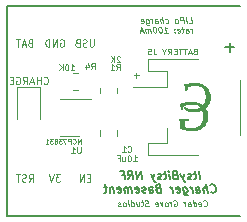
<source format=gbo>
G04 #@! TF.GenerationSoftware,KiCad,Pcbnew,(6.0.0-0)*
G04 #@! TF.CreationDate,2023-05-21T13:36:32-07:00*
G04 #@! TF.ProjectId,ItsyBitsy breadboard,49747379-4269-4747-9379-206272656164,0.0.0*
G04 #@! TF.SameCoordinates,Original*
G04 #@! TF.FileFunction,Legend,Bot*
G04 #@! TF.FilePolarity,Positive*
%FSLAX46Y46*%
G04 Gerber Fmt 4.6, Leading zero omitted, Abs format (unit mm)*
G04 Created by KiCad (PCBNEW (6.0.0-0)) date 2023-05-21 13:36:32*
%MOMM*%
%LPD*%
G01*
G04 APERTURE LIST*
%ADD10C,0.150000*%
%ADD11C,0.100000*%
%ADD12C,0.120000*%
%ADD13C,0.200000*%
%ADD14C,0.140000*%
%ADD15C,0.080000*%
%ADD16C,0.010000*%
G04 APERTURE END LIST*
D10*
X110236000Y-116840000D02*
X110236000Y-99060000D01*
X110236000Y-99060000D02*
X130000000Y-99060000D01*
X110236000Y-116840000D02*
X130000000Y-116840000D01*
D11*
X126905669Y-115978571D02*
X126932455Y-116002380D01*
X127006860Y-116026190D01*
X127054479Y-116026190D01*
X127122931Y-116002380D01*
X127164598Y-115954761D01*
X127182455Y-115907142D01*
X127194360Y-115811904D01*
X127185431Y-115740476D01*
X127149717Y-115645238D01*
X127119955Y-115597619D01*
X127066383Y-115550000D01*
X126991979Y-115526190D01*
X126944360Y-115526190D01*
X126875907Y-115550000D01*
X126855074Y-115573809D01*
X126503883Y-116002380D02*
X126554479Y-116026190D01*
X126649717Y-116026190D01*
X126694360Y-116002380D01*
X126712217Y-115954761D01*
X126688407Y-115764285D01*
X126658645Y-115716666D01*
X126608050Y-115692857D01*
X126512812Y-115692857D01*
X126468169Y-115716666D01*
X126450312Y-115764285D01*
X126456264Y-115811904D01*
X126700312Y-115859523D01*
X126054479Y-116026190D02*
X125991979Y-115526190D01*
X126051502Y-116002380D02*
X126102098Y-116026190D01*
X126197336Y-116026190D01*
X126241979Y-116002380D01*
X126262812Y-115978571D01*
X126280669Y-115930952D01*
X126262812Y-115788095D01*
X126233050Y-115740476D01*
X126206264Y-115716666D01*
X126155669Y-115692857D01*
X126060431Y-115692857D01*
X126015788Y-115716666D01*
X125602098Y-116026190D02*
X125569360Y-115764285D01*
X125587217Y-115716666D01*
X125631860Y-115692857D01*
X125727098Y-115692857D01*
X125777693Y-115716666D01*
X125599122Y-116002380D02*
X125649717Y-116026190D01*
X125768764Y-116026190D01*
X125813407Y-116002380D01*
X125831264Y-115954761D01*
X125825312Y-115907142D01*
X125795550Y-115859523D01*
X125744955Y-115835714D01*
X125625907Y-115835714D01*
X125575312Y-115811904D01*
X125364002Y-116026190D02*
X125322336Y-115692857D01*
X125334241Y-115788095D02*
X125304479Y-115740476D01*
X125277693Y-115716666D01*
X125227098Y-115692857D01*
X125179479Y-115692857D01*
X124352098Y-115550000D02*
X124396741Y-115526190D01*
X124468169Y-115526190D01*
X124542574Y-115550000D01*
X124596145Y-115597619D01*
X124625907Y-115645238D01*
X124661622Y-115740476D01*
X124670550Y-115811904D01*
X124658645Y-115907142D01*
X124640788Y-115954761D01*
X124599122Y-116002380D01*
X124530669Y-116026190D01*
X124483050Y-116026190D01*
X124408645Y-116002380D01*
X124381860Y-115978571D01*
X124361026Y-115811904D01*
X124456264Y-115811904D01*
X124173526Y-116026190D02*
X124131860Y-115692857D01*
X124143764Y-115788095D02*
X124114002Y-115740476D01*
X124087217Y-115716666D01*
X124036622Y-115692857D01*
X123989002Y-115692857D01*
X123792574Y-116026190D02*
X123837217Y-116002380D01*
X123858050Y-115978571D01*
X123875907Y-115930952D01*
X123858050Y-115788095D01*
X123828288Y-115740476D01*
X123801502Y-115716666D01*
X123750907Y-115692857D01*
X123679479Y-115692857D01*
X123634836Y-115716666D01*
X123614002Y-115740476D01*
X123596145Y-115788095D01*
X123614002Y-115930952D01*
X123643764Y-115978571D01*
X123670550Y-116002380D01*
X123721145Y-116026190D01*
X123792574Y-116026190D01*
X123417574Y-115692857D02*
X123340193Y-116026190D01*
X123179479Y-115692857D01*
X122837217Y-116002380D02*
X122887812Y-116026190D01*
X122983050Y-116026190D01*
X123027693Y-116002380D01*
X123045550Y-115954761D01*
X123021741Y-115764285D01*
X122991979Y-115716666D01*
X122941383Y-115692857D01*
X122846145Y-115692857D01*
X122801502Y-115716666D01*
X122783645Y-115764285D01*
X122789598Y-115811904D01*
X123033645Y-115859523D01*
X122241979Y-116002380D02*
X122173526Y-116026190D01*
X122054479Y-116026190D01*
X122003883Y-116002380D01*
X121977098Y-115978571D01*
X121947336Y-115930952D01*
X121941383Y-115883333D01*
X121959241Y-115835714D01*
X121980074Y-115811904D01*
X122024717Y-115788095D01*
X122116979Y-115764285D01*
X122161622Y-115740476D01*
X122182455Y-115716666D01*
X122200312Y-115669047D01*
X122194360Y-115621428D01*
X122164598Y-115573809D01*
X122137812Y-115550000D01*
X122087217Y-115526190D01*
X121968169Y-115526190D01*
X121899717Y-115550000D01*
X121774717Y-115692857D02*
X121584241Y-115692857D01*
X121682455Y-115526190D02*
X121736026Y-115954761D01*
X121718169Y-116002380D01*
X121673526Y-116026190D01*
X121625907Y-116026190D01*
X121203288Y-115692857D02*
X121244955Y-116026190D01*
X121417574Y-115692857D02*
X121450312Y-115954761D01*
X121432455Y-116002380D01*
X121387812Y-116026190D01*
X121316383Y-116026190D01*
X121265788Y-116002380D01*
X121239002Y-115978571D01*
X120792574Y-116026190D02*
X120730074Y-115526190D01*
X120789598Y-116002380D02*
X120840193Y-116026190D01*
X120935431Y-116026190D01*
X120980074Y-116002380D01*
X121000907Y-115978571D01*
X121018764Y-115930952D01*
X121000907Y-115788095D01*
X120971145Y-115740476D01*
X120944360Y-115716666D01*
X120893764Y-115692857D01*
X120798526Y-115692857D01*
X120753883Y-115716666D01*
X120554479Y-116026190D02*
X120512812Y-115692857D01*
X120491979Y-115526190D02*
X120518764Y-115550000D01*
X120497931Y-115573809D01*
X120471145Y-115550000D01*
X120491979Y-115526190D01*
X120497931Y-115573809D01*
X120244955Y-116026190D02*
X120289598Y-116002380D01*
X120310431Y-115978571D01*
X120328288Y-115930952D01*
X120310431Y-115788095D01*
X120280669Y-115740476D01*
X120253883Y-115716666D01*
X120203288Y-115692857D01*
X120131860Y-115692857D01*
X120087217Y-115716666D01*
X120066383Y-115740476D01*
X120048526Y-115788095D01*
X120066383Y-115930952D01*
X120096145Y-115978571D01*
X120122931Y-116002380D01*
X120173526Y-116026190D01*
X120244955Y-116026190D01*
X119884836Y-116002380D02*
X119840193Y-116026190D01*
X119744955Y-116026190D01*
X119694360Y-116002380D01*
X119664598Y-115954761D01*
X119661622Y-115930952D01*
X119679479Y-115883333D01*
X119724122Y-115859523D01*
X119795550Y-115859523D01*
X119840193Y-115835714D01*
X119858050Y-115788095D01*
X119855074Y-115764285D01*
X119825312Y-115716666D01*
X119774717Y-115692857D01*
X119703288Y-115692857D01*
X119658645Y-115716666D01*
D12*
X117282857Y-113622142D02*
X117082857Y-113622142D01*
X116997142Y-113936428D02*
X117282857Y-113936428D01*
X117282857Y-113336428D01*
X116997142Y-113336428D01*
X116740000Y-113936428D02*
X116740000Y-113336428D01*
X116397142Y-113936428D01*
X116397142Y-113336428D01*
X114757142Y-113336428D02*
X114385714Y-113336428D01*
X114585714Y-113565000D01*
X114500000Y-113565000D01*
X114442857Y-113593571D01*
X114414285Y-113622142D01*
X114385714Y-113679285D01*
X114385714Y-113822142D01*
X114414285Y-113879285D01*
X114442857Y-113907857D01*
X114500000Y-113936428D01*
X114671428Y-113936428D01*
X114728571Y-113907857D01*
X114757142Y-113879285D01*
X114214285Y-113336428D02*
X114014285Y-113936428D01*
X113814285Y-113336428D01*
X114757142Y-101935000D02*
X114814285Y-101906428D01*
X114900000Y-101906428D01*
X114985714Y-101935000D01*
X115042857Y-101992142D01*
X115071428Y-102049285D01*
X115100000Y-102163571D01*
X115100000Y-102249285D01*
X115071428Y-102363571D01*
X115042857Y-102420714D01*
X114985714Y-102477857D01*
X114900000Y-102506428D01*
X114842857Y-102506428D01*
X114757142Y-102477857D01*
X114728571Y-102449285D01*
X114728571Y-102249285D01*
X114842857Y-102249285D01*
X114471428Y-102506428D02*
X114471428Y-101906428D01*
X114128571Y-102506428D01*
X114128571Y-101906428D01*
X113842857Y-102506428D02*
X113842857Y-101906428D01*
X113700000Y-101906428D01*
X113614285Y-101935000D01*
X113557142Y-101992142D01*
X113528571Y-102049285D01*
X113500000Y-102163571D01*
X113500000Y-102249285D01*
X113528571Y-102363571D01*
X113557142Y-102420714D01*
X113614285Y-102477857D01*
X113700000Y-102506428D01*
X113842857Y-102506428D01*
D13*
X129480952Y-102571428D02*
X128719047Y-102571428D01*
X129100000Y-102952380D02*
X129100000Y-102190476D01*
D12*
X121428571Y-104942857D02*
X120971428Y-104942857D01*
X121200000Y-105171428D02*
X121200000Y-104714285D01*
D14*
X126566270Y-113753166D02*
X126478770Y-113053166D01*
X126274604Y-113286500D02*
X126007937Y-113286500D01*
X126145437Y-113053166D02*
X126220437Y-113653166D01*
X126195437Y-113719833D01*
X126132937Y-113753166D01*
X126066270Y-113753166D01*
X125862104Y-113719833D02*
X125799604Y-113753166D01*
X125666270Y-113753166D01*
X125595437Y-113719833D01*
X125553770Y-113653166D01*
X125549604Y-113619833D01*
X125574604Y-113553166D01*
X125637104Y-113519833D01*
X125737104Y-113519833D01*
X125799604Y-113486500D01*
X125824604Y-113419833D01*
X125820437Y-113386500D01*
X125778770Y-113319833D01*
X125707937Y-113286500D01*
X125607937Y-113286500D01*
X125545437Y-113319833D01*
X125274604Y-113286500D02*
X125166270Y-113753166D01*
X124941270Y-113286500D02*
X125166270Y-113753166D01*
X125253770Y-113919833D01*
X125291270Y-113953166D01*
X125362104Y-113986500D01*
X124453770Y-113386500D02*
X124357937Y-113419833D01*
X124328770Y-113453166D01*
X124303770Y-113519833D01*
X124316270Y-113619833D01*
X124357937Y-113686500D01*
X124395437Y-113719833D01*
X124466270Y-113753166D01*
X124732937Y-113753166D01*
X124645437Y-113053166D01*
X124412104Y-113053166D01*
X124349604Y-113086500D01*
X124320437Y-113119833D01*
X124295437Y-113186500D01*
X124303770Y-113253166D01*
X124345437Y-113319833D01*
X124382937Y-113353166D01*
X124453770Y-113386500D01*
X124687104Y-113386500D01*
X124032937Y-113753166D02*
X123974604Y-113286500D01*
X123945437Y-113053166D02*
X123982937Y-113086500D01*
X123953770Y-113119833D01*
X123916270Y-113086500D01*
X123945437Y-113053166D01*
X123953770Y-113119833D01*
X123741270Y-113286500D02*
X123474604Y-113286500D01*
X123612104Y-113053166D02*
X123687104Y-113653166D01*
X123662104Y-113719833D01*
X123599604Y-113753166D01*
X123532937Y-113753166D01*
X123328770Y-113719833D02*
X123266270Y-113753166D01*
X123132937Y-113753166D01*
X123062104Y-113719833D01*
X123020437Y-113653166D01*
X123016270Y-113619833D01*
X123041270Y-113553166D01*
X123103770Y-113519833D01*
X123203770Y-113519833D01*
X123266270Y-113486500D01*
X123291270Y-113419833D01*
X123287104Y-113386500D01*
X123245437Y-113319833D01*
X123174604Y-113286500D01*
X123074604Y-113286500D01*
X123012104Y-113319833D01*
X122741270Y-113286500D02*
X122632937Y-113753166D01*
X122407937Y-113286500D02*
X122632937Y-113753166D01*
X122720437Y-113919833D01*
X122757937Y-113953166D01*
X122828770Y-113986500D01*
X121666270Y-113753166D02*
X121578770Y-113053166D01*
X121266270Y-113753166D01*
X121178770Y-113053166D01*
X120532937Y-113753166D02*
X120724604Y-113419833D01*
X120932937Y-113753166D02*
X120845437Y-113053166D01*
X120578770Y-113053166D01*
X120516270Y-113086500D01*
X120487104Y-113119833D01*
X120462104Y-113186500D01*
X120474604Y-113286500D01*
X120516270Y-113353166D01*
X120553770Y-113386500D01*
X120624604Y-113419833D01*
X120891270Y-113419833D01*
X119953770Y-113386500D02*
X120187104Y-113386500D01*
X120232937Y-113753166D02*
X120145437Y-113053166D01*
X119812104Y-113053166D01*
X127524604Y-114813500D02*
X127562104Y-114846833D01*
X127666270Y-114880166D01*
X127732937Y-114880166D01*
X127828770Y-114846833D01*
X127887104Y-114780166D01*
X127912104Y-114713500D01*
X127928770Y-114580166D01*
X127916270Y-114480166D01*
X127866270Y-114346833D01*
X127824604Y-114280166D01*
X127749604Y-114213500D01*
X127645437Y-114180166D01*
X127578770Y-114180166D01*
X127482937Y-114213500D01*
X127453770Y-114246833D01*
X127232937Y-114880166D02*
X127145437Y-114180166D01*
X126932937Y-114880166D02*
X126887104Y-114513500D01*
X126912104Y-114446833D01*
X126974604Y-114413500D01*
X127074604Y-114413500D01*
X127145437Y-114446833D01*
X127182937Y-114480166D01*
X126299604Y-114880166D02*
X126253770Y-114513500D01*
X126278770Y-114446833D01*
X126341270Y-114413500D01*
X126474604Y-114413500D01*
X126545437Y-114446833D01*
X126295437Y-114846833D02*
X126366270Y-114880166D01*
X126532937Y-114880166D01*
X126595437Y-114846833D01*
X126620437Y-114780166D01*
X126612104Y-114713500D01*
X126570437Y-114646833D01*
X126499604Y-114613500D01*
X126332937Y-114613500D01*
X126262104Y-114580166D01*
X125966270Y-114880166D02*
X125907937Y-114413500D01*
X125924604Y-114546833D02*
X125882937Y-114480166D01*
X125845437Y-114446833D01*
X125774604Y-114413500D01*
X125707937Y-114413500D01*
X125174604Y-114413500D02*
X125245437Y-114980166D01*
X125287104Y-115046833D01*
X125324604Y-115080166D01*
X125395437Y-115113500D01*
X125495437Y-115113500D01*
X125557937Y-115080166D01*
X125228770Y-114846833D02*
X125299604Y-114880166D01*
X125432937Y-114880166D01*
X125495437Y-114846833D01*
X125524604Y-114813500D01*
X125549604Y-114746833D01*
X125524604Y-114546833D01*
X125482937Y-114480166D01*
X125445437Y-114446833D01*
X125374604Y-114413500D01*
X125241270Y-114413500D01*
X125178770Y-114446833D01*
X124628770Y-114846833D02*
X124699604Y-114880166D01*
X124832937Y-114880166D01*
X124895437Y-114846833D01*
X124920437Y-114780166D01*
X124887104Y-114513500D01*
X124845437Y-114446833D01*
X124774604Y-114413500D01*
X124641270Y-114413500D01*
X124578770Y-114446833D01*
X124553770Y-114513500D01*
X124562104Y-114580166D01*
X124903770Y-114646833D01*
X124299604Y-114880166D02*
X124241270Y-114413500D01*
X124257937Y-114546833D02*
X124216270Y-114480166D01*
X124178770Y-114446833D01*
X124107937Y-114413500D01*
X124041270Y-114413500D01*
X123053770Y-114513500D02*
X122957937Y-114546833D01*
X122928770Y-114580166D01*
X122903770Y-114646833D01*
X122916270Y-114746833D01*
X122957937Y-114813500D01*
X122995437Y-114846833D01*
X123066270Y-114880166D01*
X123332937Y-114880166D01*
X123245437Y-114180166D01*
X123012104Y-114180166D01*
X122949604Y-114213500D01*
X122920437Y-114246833D01*
X122895437Y-114313500D01*
X122903770Y-114380166D01*
X122945437Y-114446833D01*
X122982937Y-114480166D01*
X123053770Y-114513500D01*
X123287104Y-114513500D01*
X122332937Y-114880166D02*
X122287104Y-114513500D01*
X122312104Y-114446833D01*
X122374604Y-114413500D01*
X122507937Y-114413500D01*
X122578770Y-114446833D01*
X122328770Y-114846833D02*
X122399604Y-114880166D01*
X122566270Y-114880166D01*
X122628770Y-114846833D01*
X122653770Y-114780166D01*
X122645437Y-114713500D01*
X122603770Y-114646833D01*
X122532937Y-114613500D01*
X122366270Y-114613500D01*
X122295437Y-114580166D01*
X122028770Y-114846833D02*
X121966270Y-114880166D01*
X121832937Y-114880166D01*
X121762104Y-114846833D01*
X121720437Y-114780166D01*
X121716270Y-114746833D01*
X121741270Y-114680166D01*
X121803770Y-114646833D01*
X121903770Y-114646833D01*
X121966270Y-114613500D01*
X121991270Y-114546833D01*
X121987104Y-114513500D01*
X121945437Y-114446833D01*
X121874604Y-114413500D01*
X121774604Y-114413500D01*
X121712104Y-114446833D01*
X121162104Y-114846833D02*
X121232937Y-114880166D01*
X121366270Y-114880166D01*
X121428770Y-114846833D01*
X121453770Y-114780166D01*
X121420437Y-114513500D01*
X121378770Y-114446833D01*
X121307937Y-114413500D01*
X121174604Y-114413500D01*
X121112104Y-114446833D01*
X121087104Y-114513500D01*
X121095437Y-114580166D01*
X121437104Y-114646833D01*
X120832937Y-114880166D02*
X120774604Y-114413500D01*
X120782937Y-114480166D02*
X120745437Y-114446833D01*
X120674604Y-114413500D01*
X120574604Y-114413500D01*
X120512104Y-114446833D01*
X120487104Y-114513500D01*
X120532937Y-114880166D01*
X120487104Y-114513500D02*
X120445437Y-114446833D01*
X120374604Y-114413500D01*
X120274604Y-114413500D01*
X120212104Y-114446833D01*
X120187104Y-114513500D01*
X120232937Y-114880166D01*
X119628770Y-114846833D02*
X119699604Y-114880166D01*
X119832937Y-114880166D01*
X119895437Y-114846833D01*
X119920437Y-114780166D01*
X119887104Y-114513500D01*
X119845437Y-114446833D01*
X119774604Y-114413500D01*
X119641270Y-114413500D01*
X119578770Y-114446833D01*
X119553770Y-114513500D01*
X119562104Y-114580166D01*
X119903770Y-114646833D01*
X119241270Y-114413500D02*
X119299604Y-114880166D01*
X119249604Y-114480166D02*
X119212104Y-114446833D01*
X119141270Y-114413500D01*
X119041270Y-114413500D01*
X118978770Y-114446833D01*
X118953770Y-114513500D01*
X118999604Y-114880166D01*
X118707937Y-114413500D02*
X118441270Y-114413500D01*
X118578770Y-114180166D02*
X118653770Y-114780166D01*
X118628770Y-114846833D01*
X118566270Y-114880166D01*
X118499604Y-114880166D01*
D12*
X117597142Y-101906428D02*
X117597142Y-102392142D01*
X117568571Y-102449285D01*
X117540000Y-102477857D01*
X117482857Y-102506428D01*
X117368571Y-102506428D01*
X117311428Y-102477857D01*
X117282857Y-102449285D01*
X117254285Y-102392142D01*
X117254285Y-101906428D01*
X116997142Y-102477857D02*
X116911428Y-102506428D01*
X116768571Y-102506428D01*
X116711428Y-102477857D01*
X116682857Y-102449285D01*
X116654285Y-102392142D01*
X116654285Y-102335000D01*
X116682857Y-102277857D01*
X116711428Y-102249285D01*
X116768571Y-102220714D01*
X116882857Y-102192142D01*
X116940000Y-102163571D01*
X116968571Y-102135000D01*
X116997142Y-102077857D01*
X116997142Y-102020714D01*
X116968571Y-101963571D01*
X116940000Y-101935000D01*
X116882857Y-101906428D01*
X116740000Y-101906428D01*
X116654285Y-101935000D01*
X116197142Y-102192142D02*
X116111428Y-102220714D01*
X116082857Y-102249285D01*
X116054285Y-102306428D01*
X116054285Y-102392142D01*
X116082857Y-102449285D01*
X116111428Y-102477857D01*
X116168571Y-102506428D01*
X116397142Y-102506428D01*
X116397142Y-101906428D01*
X116197142Y-101906428D01*
X116140000Y-101935000D01*
X116111428Y-101963571D01*
X116082857Y-102020714D01*
X116082857Y-102077857D01*
X116111428Y-102135000D01*
X116140000Y-102163571D01*
X116197142Y-102192142D01*
X116397142Y-102192142D01*
D11*
X125640193Y-100523690D02*
X125878288Y-100523690D01*
X125815788Y-100023690D01*
X125473526Y-100523690D02*
X125431860Y-100190357D01*
X125411026Y-100023690D02*
X125437812Y-100047500D01*
X125416979Y-100071309D01*
X125390193Y-100047500D01*
X125411026Y-100023690D01*
X125416979Y-100071309D01*
X125235431Y-100523690D02*
X125172931Y-100023690D01*
X124982455Y-100023690D01*
X124937812Y-100047500D01*
X124916979Y-100071309D01*
X124899122Y-100118928D01*
X124908050Y-100190357D01*
X124937812Y-100237976D01*
X124964598Y-100261785D01*
X125015193Y-100285595D01*
X125205669Y-100285595D01*
X124664002Y-100523690D02*
X124708645Y-100499880D01*
X124729479Y-100476071D01*
X124747336Y-100428452D01*
X124729479Y-100285595D01*
X124699717Y-100237976D01*
X124672931Y-100214166D01*
X124622336Y-100190357D01*
X124550907Y-100190357D01*
X124506264Y-100214166D01*
X124485431Y-100237976D01*
X124467574Y-100285595D01*
X124485431Y-100428452D01*
X124515193Y-100476071D01*
X124541979Y-100499880D01*
X124592574Y-100523690D01*
X124664002Y-100523690D01*
X123684836Y-100499880D02*
X123735431Y-100523690D01*
X123830669Y-100523690D01*
X123875312Y-100499880D01*
X123896145Y-100476071D01*
X123914002Y-100428452D01*
X123896145Y-100285595D01*
X123866383Y-100237976D01*
X123839598Y-100214166D01*
X123789002Y-100190357D01*
X123693764Y-100190357D01*
X123649122Y-100214166D01*
X123473526Y-100523690D02*
X123411026Y-100023690D01*
X123259241Y-100523690D02*
X123226502Y-100261785D01*
X123244360Y-100214166D01*
X123289002Y-100190357D01*
X123360431Y-100190357D01*
X123411026Y-100214166D01*
X123437812Y-100237976D01*
X122806860Y-100523690D02*
X122774122Y-100261785D01*
X122791979Y-100214166D01*
X122836622Y-100190357D01*
X122931860Y-100190357D01*
X122982455Y-100214166D01*
X122803883Y-100499880D02*
X122854479Y-100523690D01*
X122973526Y-100523690D01*
X123018169Y-100499880D01*
X123036026Y-100452261D01*
X123030074Y-100404642D01*
X123000312Y-100357023D01*
X122949717Y-100333214D01*
X122830669Y-100333214D01*
X122780074Y-100309404D01*
X122568764Y-100523690D02*
X122527098Y-100190357D01*
X122539002Y-100285595D02*
X122509241Y-100237976D01*
X122482455Y-100214166D01*
X122431860Y-100190357D01*
X122384241Y-100190357D01*
X122003288Y-100190357D02*
X122053883Y-100595119D01*
X122083645Y-100642738D01*
X122110431Y-100666547D01*
X122161026Y-100690357D01*
X122232455Y-100690357D01*
X122277098Y-100666547D01*
X122041979Y-100499880D02*
X122092574Y-100523690D01*
X122187812Y-100523690D01*
X122232455Y-100499880D01*
X122253288Y-100476071D01*
X122271145Y-100428452D01*
X122253288Y-100285595D01*
X122223526Y-100237976D01*
X122196741Y-100214166D01*
X122146145Y-100190357D01*
X122050907Y-100190357D01*
X122006264Y-100214166D01*
X121613407Y-100499880D02*
X121664002Y-100523690D01*
X121759241Y-100523690D01*
X121803883Y-100499880D01*
X121821741Y-100452261D01*
X121797931Y-100261785D01*
X121768169Y-100214166D01*
X121717574Y-100190357D01*
X121622336Y-100190357D01*
X121577693Y-100214166D01*
X121559836Y-100261785D01*
X121565788Y-100309404D01*
X121809836Y-100357023D01*
X125937812Y-101328690D02*
X125896145Y-100995357D01*
X125908050Y-101090595D02*
X125878288Y-101042976D01*
X125851502Y-101019166D01*
X125800907Y-100995357D01*
X125753288Y-100995357D01*
X125414002Y-101328690D02*
X125381264Y-101066785D01*
X125399122Y-101019166D01*
X125443764Y-100995357D01*
X125539002Y-100995357D01*
X125589598Y-101019166D01*
X125411026Y-101304880D02*
X125461622Y-101328690D01*
X125580669Y-101328690D01*
X125625312Y-101304880D01*
X125643169Y-101257261D01*
X125637217Y-101209642D01*
X125607455Y-101162023D01*
X125556860Y-101138214D01*
X125437812Y-101138214D01*
X125387217Y-101114404D01*
X125205669Y-100995357D02*
X125015193Y-100995357D01*
X125113407Y-100828690D02*
X125166979Y-101257261D01*
X125149122Y-101304880D01*
X125104479Y-101328690D01*
X125056860Y-101328690D01*
X124696741Y-101304880D02*
X124747336Y-101328690D01*
X124842574Y-101328690D01*
X124887217Y-101304880D01*
X124905074Y-101257261D01*
X124881264Y-101066785D01*
X124851502Y-101019166D01*
X124800907Y-100995357D01*
X124705669Y-100995357D01*
X124661026Y-101019166D01*
X124643169Y-101066785D01*
X124649122Y-101114404D01*
X124893169Y-101162023D01*
X124455669Y-101281071D02*
X124434836Y-101304880D01*
X124461622Y-101328690D01*
X124482455Y-101304880D01*
X124455669Y-101281071D01*
X124461622Y-101328690D01*
X124422931Y-101019166D02*
X124402098Y-101042976D01*
X124428883Y-101066785D01*
X124449717Y-101042976D01*
X124422931Y-101019166D01*
X124428883Y-101066785D01*
X123580669Y-101328690D02*
X123866383Y-101328690D01*
X123723526Y-101328690D02*
X123661026Y-100828690D01*
X123717574Y-100900119D01*
X123771145Y-100947738D01*
X123821741Y-100971547D01*
X123208645Y-100828690D02*
X123161026Y-100828690D01*
X123116383Y-100852500D01*
X123095550Y-100876309D01*
X123077693Y-100923928D01*
X123065788Y-101019166D01*
X123080669Y-101138214D01*
X123116383Y-101233452D01*
X123146145Y-101281071D01*
X123172931Y-101304880D01*
X123223526Y-101328690D01*
X123271145Y-101328690D01*
X123315788Y-101304880D01*
X123336622Y-101281071D01*
X123354479Y-101233452D01*
X123366383Y-101138214D01*
X123351502Y-101019166D01*
X123315788Y-100923928D01*
X123286026Y-100876309D01*
X123259241Y-100852500D01*
X123208645Y-100828690D01*
X122732455Y-100828690D02*
X122684836Y-100828690D01*
X122640193Y-100852500D01*
X122619360Y-100876309D01*
X122601502Y-100923928D01*
X122589598Y-101019166D01*
X122604479Y-101138214D01*
X122640193Y-101233452D01*
X122669955Y-101281071D01*
X122696741Y-101304880D01*
X122747336Y-101328690D01*
X122794955Y-101328690D01*
X122839598Y-101304880D01*
X122860431Y-101281071D01*
X122878288Y-101233452D01*
X122890193Y-101138214D01*
X122875312Y-101019166D01*
X122839598Y-100923928D01*
X122809836Y-100876309D01*
X122783050Y-100852500D01*
X122732455Y-100828690D01*
X122414002Y-101328690D02*
X122372336Y-100995357D01*
X122378288Y-101042976D02*
X122351502Y-101019166D01*
X122300907Y-100995357D01*
X122229479Y-100995357D01*
X122184836Y-101019166D01*
X122166979Y-101066785D01*
X122199717Y-101328690D01*
X122166979Y-101066785D02*
X122137217Y-101019166D01*
X122086622Y-100995357D01*
X122015193Y-100995357D01*
X121970550Y-101019166D01*
X121952693Y-101066785D01*
X121985431Y-101328690D01*
X121753288Y-101185833D02*
X121515193Y-101185833D01*
X121818764Y-101328690D02*
X121589598Y-100828690D01*
X121485431Y-101328690D01*
D12*
X112202857Y-102192142D02*
X112117142Y-102220714D01*
X112088571Y-102249285D01*
X112060000Y-102306428D01*
X112060000Y-102392142D01*
X112088571Y-102449285D01*
X112117142Y-102477857D01*
X112174285Y-102506428D01*
X112402857Y-102506428D01*
X112402857Y-101906428D01*
X112202857Y-101906428D01*
X112145714Y-101935000D01*
X112117142Y-101963571D01*
X112088571Y-102020714D01*
X112088571Y-102077857D01*
X112117142Y-102135000D01*
X112145714Y-102163571D01*
X112202857Y-102192142D01*
X112402857Y-102192142D01*
X111831428Y-102335000D02*
X111545714Y-102335000D01*
X111888571Y-102506428D02*
X111688571Y-101906428D01*
X111488571Y-102506428D01*
X111374285Y-101906428D02*
X111031428Y-101906428D01*
X111202857Y-102506428D02*
X111202857Y-101906428D01*
X112088571Y-113936428D02*
X112288571Y-113650714D01*
X112431428Y-113936428D02*
X112431428Y-113336428D01*
X112202857Y-113336428D01*
X112145714Y-113365000D01*
X112117142Y-113393571D01*
X112088571Y-113450714D01*
X112088571Y-113536428D01*
X112117142Y-113593571D01*
X112145714Y-113622142D01*
X112202857Y-113650714D01*
X112431428Y-113650714D01*
X111860000Y-113907857D02*
X111774285Y-113936428D01*
X111631428Y-113936428D01*
X111574285Y-113907857D01*
X111545714Y-113879285D01*
X111517142Y-113822142D01*
X111517142Y-113765000D01*
X111545714Y-113707857D01*
X111574285Y-113679285D01*
X111631428Y-113650714D01*
X111745714Y-113622142D01*
X111802857Y-113593571D01*
X111831428Y-113565000D01*
X111860000Y-113507857D01*
X111860000Y-113450714D01*
X111831428Y-113393571D01*
X111802857Y-113365000D01*
X111745714Y-113336428D01*
X111602857Y-113336428D01*
X111517142Y-113365000D01*
X111345714Y-113336428D02*
X111002857Y-113336428D01*
X111174285Y-113936428D02*
X111174285Y-113336428D01*
D11*
X122666666Y-102681190D02*
X122666666Y-103038333D01*
X122690476Y-103109761D01*
X122738095Y-103157380D01*
X122809523Y-103181190D01*
X122857142Y-103181190D01*
X122190476Y-102681190D02*
X122428571Y-102681190D01*
X122452380Y-102919285D01*
X122428571Y-102895476D01*
X122380952Y-102871666D01*
X122261904Y-102871666D01*
X122214285Y-102895476D01*
X122190476Y-102919285D01*
X122166666Y-102966904D01*
X122166666Y-103085952D01*
X122190476Y-103133571D01*
X122214285Y-103157380D01*
X122261904Y-103181190D01*
X122380952Y-103181190D01*
X122428571Y-103157380D01*
X122452380Y-103133571D01*
X126150000Y-102919285D02*
X126078571Y-102943095D01*
X126054761Y-102966904D01*
X126030952Y-103014523D01*
X126030952Y-103085952D01*
X126054761Y-103133571D01*
X126078571Y-103157380D01*
X126126190Y-103181190D01*
X126316666Y-103181190D01*
X126316666Y-102681190D01*
X126150000Y-102681190D01*
X126102380Y-102705000D01*
X126078571Y-102728809D01*
X126054761Y-102776428D01*
X126054761Y-102824047D01*
X126078571Y-102871666D01*
X126102380Y-102895476D01*
X126150000Y-102919285D01*
X126316666Y-102919285D01*
X125840476Y-103038333D02*
X125602380Y-103038333D01*
X125888095Y-103181190D02*
X125721428Y-102681190D01*
X125554761Y-103181190D01*
X125459523Y-102681190D02*
X125173809Y-102681190D01*
X125316666Y-103181190D02*
X125316666Y-102681190D01*
X125078571Y-102681190D02*
X124792857Y-102681190D01*
X124935714Y-103181190D02*
X124935714Y-102681190D01*
X124626190Y-102919285D02*
X124459523Y-102919285D01*
X124388095Y-103181190D02*
X124626190Y-103181190D01*
X124626190Y-102681190D01*
X124388095Y-102681190D01*
X123888095Y-103181190D02*
X124054761Y-102943095D01*
X124173809Y-103181190D02*
X124173809Y-102681190D01*
X123983333Y-102681190D01*
X123935714Y-102705000D01*
X123911904Y-102728809D01*
X123888095Y-102776428D01*
X123888095Y-102847857D01*
X123911904Y-102895476D01*
X123935714Y-102919285D01*
X123983333Y-102943095D01*
X124173809Y-102943095D01*
X123578571Y-102943095D02*
X123578571Y-103181190D01*
X123745238Y-102681190D02*
X123578571Y-102943095D01*
X123411904Y-102681190D01*
X120483333Y-111378571D02*
X120507142Y-111402380D01*
X120578571Y-111426190D01*
X120626190Y-111426190D01*
X120697619Y-111402380D01*
X120745238Y-111354761D01*
X120769047Y-111307142D01*
X120792857Y-111211904D01*
X120792857Y-111140476D01*
X120769047Y-111045238D01*
X120745238Y-110997619D01*
X120697619Y-110950000D01*
X120626190Y-110926190D01*
X120578571Y-110926190D01*
X120507142Y-110950000D01*
X120483333Y-110973809D01*
X120007142Y-111426190D02*
X120292857Y-111426190D01*
X120150000Y-111426190D02*
X120150000Y-110926190D01*
X120197619Y-110997619D01*
X120245238Y-111045238D01*
X120292857Y-111069047D01*
X120935714Y-112226190D02*
X121221428Y-112226190D01*
X121078571Y-112226190D02*
X121078571Y-111726190D01*
X121126190Y-111797619D01*
X121173809Y-111845238D01*
X121221428Y-111869047D01*
X120626190Y-111726190D02*
X120578571Y-111726190D01*
X120530952Y-111750000D01*
X120507142Y-111773809D01*
X120483333Y-111821428D01*
X120459523Y-111916666D01*
X120459523Y-112035714D01*
X120483333Y-112130952D01*
X120507142Y-112178571D01*
X120530952Y-112202380D01*
X120578571Y-112226190D01*
X120626190Y-112226190D01*
X120673809Y-112202380D01*
X120697619Y-112178571D01*
X120721428Y-112130952D01*
X120745238Y-112035714D01*
X120745238Y-111916666D01*
X120721428Y-111821428D01*
X120697619Y-111773809D01*
X120673809Y-111750000D01*
X120626190Y-111726190D01*
X120030952Y-111892857D02*
X120030952Y-112226190D01*
X120245238Y-111892857D02*
X120245238Y-112154761D01*
X120221428Y-112202380D01*
X120173809Y-112226190D01*
X120102380Y-112226190D01*
X120054761Y-112202380D01*
X120030952Y-112178571D01*
X119626190Y-111964285D02*
X119792857Y-111964285D01*
X119792857Y-112226190D02*
X119792857Y-111726190D01*
X119554761Y-111726190D01*
D12*
X113357142Y-105614285D02*
X113385714Y-105642857D01*
X113471428Y-105671428D01*
X113528571Y-105671428D01*
X113614285Y-105642857D01*
X113671428Y-105585714D01*
X113700000Y-105528571D01*
X113728571Y-105414285D01*
X113728571Y-105328571D01*
X113700000Y-105214285D01*
X113671428Y-105157142D01*
X113614285Y-105100000D01*
X113528571Y-105071428D01*
X113471428Y-105071428D01*
X113385714Y-105100000D01*
X113357142Y-105128571D01*
X113100000Y-105671428D02*
X113100000Y-105071428D01*
X113100000Y-105357142D02*
X112757142Y-105357142D01*
X112757142Y-105671428D02*
X112757142Y-105071428D01*
X112500000Y-105500000D02*
X112214285Y-105500000D01*
X112557142Y-105671428D02*
X112357142Y-105071428D01*
X112157142Y-105671428D01*
X111614285Y-105671428D02*
X111814285Y-105385714D01*
X111957142Y-105671428D02*
X111957142Y-105071428D01*
X111728571Y-105071428D01*
X111671428Y-105100000D01*
X111642857Y-105128571D01*
X111614285Y-105185714D01*
X111614285Y-105271428D01*
X111642857Y-105328571D01*
X111671428Y-105357142D01*
X111728571Y-105385714D01*
X111957142Y-105385714D01*
X111042857Y-105100000D02*
X111100000Y-105071428D01*
X111185714Y-105071428D01*
X111271428Y-105100000D01*
X111328571Y-105157142D01*
X111357142Y-105214285D01*
X111385714Y-105328571D01*
X111385714Y-105414285D01*
X111357142Y-105528571D01*
X111328571Y-105585714D01*
X111271428Y-105642857D01*
X111185714Y-105671428D01*
X111128571Y-105671428D01*
X111042857Y-105642857D01*
X111014285Y-105614285D01*
X111014285Y-105414285D01*
X111128571Y-105414285D01*
X110757142Y-105357142D02*
X110557142Y-105357142D01*
X110471428Y-105671428D02*
X110757142Y-105671428D01*
X110757142Y-105071428D01*
X110471428Y-105071428D01*
D11*
X119505333Y-104481190D02*
X119672000Y-104243095D01*
X119791047Y-104481190D02*
X119791047Y-103981190D01*
X119600571Y-103981190D01*
X119552952Y-104005000D01*
X119529142Y-104028809D01*
X119505333Y-104076428D01*
X119505333Y-104147857D01*
X119529142Y-104195476D01*
X119552952Y-104219285D01*
X119600571Y-104243095D01*
X119791047Y-104243095D01*
X119029142Y-104481190D02*
X119314857Y-104481190D01*
X119172000Y-104481190D02*
X119172000Y-103981190D01*
X119219619Y-104052619D01*
X119267238Y-104100238D01*
X119314857Y-104124047D01*
X119814857Y-103378809D02*
X119791047Y-103355000D01*
X119743428Y-103331190D01*
X119624380Y-103331190D01*
X119576761Y-103355000D01*
X119552952Y-103378809D01*
X119529142Y-103426428D01*
X119529142Y-103474047D01*
X119552952Y-103545476D01*
X119838666Y-103831190D01*
X119529142Y-103831190D01*
X119314857Y-103831190D02*
X119314857Y-103331190D01*
X119029142Y-103831190D02*
X119243428Y-103545476D01*
X119029142Y-103331190D02*
X119314857Y-103616904D01*
X117383333Y-104426190D02*
X117550000Y-104188095D01*
X117669047Y-104426190D02*
X117669047Y-103926190D01*
X117478571Y-103926190D01*
X117430952Y-103950000D01*
X117407142Y-103973809D01*
X117383333Y-104021428D01*
X117383333Y-104092857D01*
X117407142Y-104140476D01*
X117430952Y-104164285D01*
X117478571Y-104188095D01*
X117669047Y-104188095D01*
X116954761Y-104092857D02*
X116954761Y-104426190D01*
X117073809Y-103902380D02*
X117192857Y-104259523D01*
X116883333Y-104259523D01*
X115645238Y-104526190D02*
X115930952Y-104526190D01*
X115788095Y-104526190D02*
X115788095Y-104026190D01*
X115835714Y-104097619D01*
X115883333Y-104145238D01*
X115930952Y-104169047D01*
X115335714Y-104026190D02*
X115288095Y-104026190D01*
X115240476Y-104050000D01*
X115216666Y-104073809D01*
X115192857Y-104121428D01*
X115169047Y-104216666D01*
X115169047Y-104335714D01*
X115192857Y-104430952D01*
X115216666Y-104478571D01*
X115240476Y-104502380D01*
X115288095Y-104526190D01*
X115335714Y-104526190D01*
X115383333Y-104502380D01*
X115407142Y-104478571D01*
X115430952Y-104430952D01*
X115454761Y-104335714D01*
X115454761Y-104216666D01*
X115430952Y-104121428D01*
X115407142Y-104073809D01*
X115383333Y-104050000D01*
X115335714Y-104026190D01*
X114954761Y-104526190D02*
X114954761Y-104026190D01*
X114669047Y-104526190D02*
X114883333Y-104240476D01*
X114669047Y-104026190D02*
X114954761Y-104311904D01*
X116480952Y-111026190D02*
X116480952Y-111430952D01*
X116457142Y-111478571D01*
X116433333Y-111502380D01*
X116385714Y-111526190D01*
X116290476Y-111526190D01*
X116242857Y-111502380D01*
X116219047Y-111478571D01*
X116195238Y-111430952D01*
X116195238Y-111026190D01*
X115695238Y-111526190D02*
X115980952Y-111526190D01*
X115838095Y-111526190D02*
X115838095Y-111026190D01*
X115885714Y-111097619D01*
X115933333Y-111145238D01*
X115980952Y-111169047D01*
D15*
X116507714Y-110735952D02*
X116507714Y-110335952D01*
X116374380Y-110621666D01*
X116241047Y-110335952D01*
X116241047Y-110735952D01*
X115822000Y-110697857D02*
X115841047Y-110716904D01*
X115898190Y-110735952D01*
X115936285Y-110735952D01*
X115993428Y-110716904D01*
X116031523Y-110678809D01*
X116050571Y-110640714D01*
X116069619Y-110564523D01*
X116069619Y-110507380D01*
X116050571Y-110431190D01*
X116031523Y-110393095D01*
X115993428Y-110355000D01*
X115936285Y-110335952D01*
X115898190Y-110335952D01*
X115841047Y-110355000D01*
X115822000Y-110374047D01*
X115650571Y-110735952D02*
X115650571Y-110335952D01*
X115498190Y-110335952D01*
X115460095Y-110355000D01*
X115441047Y-110374047D01*
X115422000Y-110412142D01*
X115422000Y-110469285D01*
X115441047Y-110507380D01*
X115460095Y-110526428D01*
X115498190Y-110545476D01*
X115650571Y-110545476D01*
X115288666Y-110335952D02*
X115022000Y-110335952D01*
X115193428Y-110735952D01*
X114907714Y-110335952D02*
X114660095Y-110335952D01*
X114793428Y-110488333D01*
X114736285Y-110488333D01*
X114698190Y-110507380D01*
X114679142Y-110526428D01*
X114660095Y-110564523D01*
X114660095Y-110659761D01*
X114679142Y-110697857D01*
X114698190Y-110716904D01*
X114736285Y-110735952D01*
X114850571Y-110735952D01*
X114888666Y-110716904D01*
X114907714Y-110697857D01*
X114431523Y-110507380D02*
X114469619Y-110488333D01*
X114488666Y-110469285D01*
X114507714Y-110431190D01*
X114507714Y-110412142D01*
X114488666Y-110374047D01*
X114469619Y-110355000D01*
X114431523Y-110335952D01*
X114355333Y-110335952D01*
X114317238Y-110355000D01*
X114298190Y-110374047D01*
X114279142Y-110412142D01*
X114279142Y-110431190D01*
X114298190Y-110469285D01*
X114317238Y-110488333D01*
X114355333Y-110507380D01*
X114431523Y-110507380D01*
X114469619Y-110526428D01*
X114488666Y-110545476D01*
X114507714Y-110583571D01*
X114507714Y-110659761D01*
X114488666Y-110697857D01*
X114469619Y-110716904D01*
X114431523Y-110735952D01*
X114355333Y-110735952D01*
X114317238Y-110716904D01*
X114298190Y-110697857D01*
X114279142Y-110659761D01*
X114279142Y-110583571D01*
X114298190Y-110545476D01*
X114317238Y-110526428D01*
X114355333Y-110507380D01*
X114145809Y-110335952D02*
X113898190Y-110335952D01*
X114031523Y-110488333D01*
X113974380Y-110488333D01*
X113936285Y-110507380D01*
X113917238Y-110526428D01*
X113898190Y-110564523D01*
X113898190Y-110659761D01*
X113917238Y-110697857D01*
X113936285Y-110716904D01*
X113974380Y-110735952D01*
X114088666Y-110735952D01*
X114126761Y-110716904D01*
X114145809Y-110697857D01*
X113517238Y-110735952D02*
X113745809Y-110735952D01*
X113631523Y-110735952D02*
X113631523Y-110335952D01*
X113669619Y-110393095D01*
X113707714Y-110431190D01*
X113745809Y-110450238D01*
D12*
X122190000Y-103595000D02*
X122190000Y-104615000D01*
X126440000Y-103595000D02*
X122190000Y-103595000D01*
X122190000Y-111715000D02*
X122190000Y-110695000D01*
X122190000Y-104615000D02*
X123790000Y-104615000D01*
X126440000Y-111715000D02*
X122190000Y-111715000D01*
X123790000Y-110695000D02*
X123790000Y-109415000D01*
X122190000Y-110695000D02*
X123790000Y-110695000D01*
X123790000Y-104615000D02*
X123790000Y-105895000D01*
X123790000Y-105895000D02*
X120900000Y-105895000D01*
X130010000Y-105315000D02*
X130010000Y-109995000D01*
X118133000Y-110116252D02*
X118133000Y-109593748D01*
X119603000Y-110116252D02*
X119603000Y-109593748D01*
X113028000Y-105970000D02*
X113028000Y-108655000D01*
X111108000Y-108655000D02*
X111108000Y-105970000D01*
X111108000Y-105970000D02*
X113028000Y-105970000D01*
X118133000Y-106027936D02*
X118133000Y-106482064D01*
X119603000Y-106027936D02*
X119603000Y-106482064D01*
X115846936Y-104746000D02*
X116301064Y-104746000D01*
X115846936Y-106216000D02*
X116301064Y-106216000D01*
X115566000Y-106969000D02*
X117366000Y-106969000D01*
X115566000Y-110089000D02*
X116366000Y-110089000D01*
X115566000Y-110089000D02*
X114766000Y-110089000D01*
X115566000Y-106969000D02*
X114766000Y-106969000D01*
D16*
X125895067Y-105601191D02*
X125793195Y-105611545D01*
X125793195Y-105611545D02*
X125764981Y-105615810D01*
X125764981Y-105615810D02*
X125739552Y-105620386D01*
X125739552Y-105620386D02*
X125702357Y-105627589D01*
X125702357Y-105627589D02*
X125656010Y-105636869D01*
X125656010Y-105636869D02*
X125603126Y-105647673D01*
X125603126Y-105647673D02*
X125546319Y-105659448D01*
X125546319Y-105659448D02*
X125488203Y-105671643D01*
X125488203Y-105671643D02*
X125431393Y-105683706D01*
X125431393Y-105683706D02*
X125378503Y-105695085D01*
X125378503Y-105695085D02*
X125332148Y-105705228D01*
X125332148Y-105705228D02*
X125294941Y-105713582D01*
X125294941Y-105713582D02*
X125269499Y-105719595D01*
X125269499Y-105719595D02*
X125258433Y-105722716D01*
X125258433Y-105722716D02*
X125258270Y-105722808D01*
X125258270Y-105722808D02*
X125259211Y-105731496D01*
X125259211Y-105731496D02*
X125264658Y-105752239D01*
X125264658Y-105752239D02*
X125273319Y-105780202D01*
X125273319Y-105780202D02*
X125284828Y-105817651D01*
X125284828Y-105817651D02*
X125295501Y-105856282D01*
X125295501Y-105856282D02*
X125301103Y-105879296D01*
X125301103Y-105879296D02*
X125308004Y-105915977D01*
X125308004Y-105915977D02*
X125315256Y-105963368D01*
X125315256Y-105963368D02*
X125322246Y-106016334D01*
X125322246Y-106016334D02*
X125328362Y-106069741D01*
X125328362Y-106069741D02*
X125332990Y-106118452D01*
X125332990Y-106118452D02*
X125335519Y-106157335D01*
X125335519Y-106157335D02*
X125335808Y-106170187D01*
X125335808Y-106170187D02*
X125335808Y-106216503D01*
X125335808Y-106216503D02*
X125447008Y-106216503D01*
X125447008Y-106216503D02*
X125452719Y-106123175D01*
X125452719Y-106123175D02*
X125455186Y-106077793D01*
X125455186Y-106077793D02*
X125457118Y-106032672D01*
X125457118Y-106032672D02*
X125458247Y-105994538D01*
X125458247Y-105994538D02*
X125458429Y-105978767D01*
X125458429Y-105978767D02*
X125459066Y-105949645D01*
X125459066Y-105949645D02*
X125462831Y-105932022D01*
X125462831Y-105932022D02*
X125472500Y-105919885D01*
X125472500Y-105919885D02*
X125490853Y-105907220D01*
X125490853Y-105907220D02*
X125491741Y-105906659D01*
X125491741Y-105906659D02*
X125583605Y-105855761D01*
X125583605Y-105855761D02*
X125686782Y-105811008D01*
X125686782Y-105811008D02*
X125795493Y-105774698D01*
X125795493Y-105774698D02*
X125872115Y-105755464D01*
X125872115Y-105755464D02*
X125922003Y-105747652D01*
X125922003Y-105747652D02*
X125984517Y-105742280D01*
X125984517Y-105742280D02*
X126054998Y-105739347D01*
X126054998Y-105739347D02*
X126128787Y-105738851D01*
X126128787Y-105738851D02*
X126201223Y-105740790D01*
X126201223Y-105740790D02*
X126267647Y-105745161D01*
X126267647Y-105745161D02*
X126323399Y-105751964D01*
X126323399Y-105751964D02*
X126343050Y-105755661D01*
X126343050Y-105755661D02*
X126463092Y-105788243D01*
X126463092Y-105788243D02*
X126570785Y-105831711D01*
X126570785Y-105831711D02*
X126668409Y-105887316D01*
X126668409Y-105887316D02*
X126758241Y-105956304D01*
X126758241Y-105956304D02*
X126822590Y-106018333D01*
X126822590Y-106018333D02*
X126893623Y-106101281D01*
X126893623Y-106101281D02*
X126951433Y-106187620D01*
X126951433Y-106187620D02*
X126997380Y-106280242D01*
X126997380Y-106280242D02*
X127032822Y-106382039D01*
X127032822Y-106382039D02*
X127059118Y-106495903D01*
X127059118Y-106495903D02*
X127065954Y-106536192D01*
X127065954Y-106536192D02*
X127074365Y-106614639D01*
X127074365Y-106614639D02*
X127077444Y-106703510D01*
X127077444Y-106703510D02*
X127075376Y-106796604D01*
X127075376Y-106796604D02*
X127068345Y-106887721D01*
X127068345Y-106887721D02*
X127056536Y-106970658D01*
X127056536Y-106970658D02*
X127052383Y-106991641D01*
X127052383Y-106991641D02*
X127023419Y-107097880D01*
X127023419Y-107097880D02*
X126982508Y-107204331D01*
X126982508Y-107204331D02*
X126931912Y-107306247D01*
X126931912Y-107306247D02*
X126873890Y-107398881D01*
X126873890Y-107398881D02*
X126833128Y-107452031D01*
X126833128Y-107452031D02*
X126802069Y-107489113D01*
X126802069Y-107489113D02*
X126759579Y-107456680D01*
X126759579Y-107456680D02*
X126714519Y-107425067D01*
X126714519Y-107425067D02*
X126659542Y-107390699D01*
X126659542Y-107390699D02*
X126600495Y-107356913D01*
X126600495Y-107356913D02*
X126543224Y-107327046D01*
X126543224Y-107327046D02*
X126493574Y-107304434D01*
X126493574Y-107304434D02*
X126491064Y-107303421D01*
X126491064Y-107303421D02*
X126375065Y-107262491D01*
X126375065Y-107262491D02*
X126254133Y-107231001D01*
X126254133Y-107231001D02*
X126125706Y-107208525D01*
X126125706Y-107208525D02*
X125987227Y-107194641D01*
X125987227Y-107194641D02*
X125836133Y-107188922D01*
X125836133Y-107188922D02*
X125799347Y-107188717D01*
X125799347Y-107188717D02*
X125690521Y-107190548D01*
X125690521Y-107190548D02*
X125592000Y-107196528D01*
X125592000Y-107196528D02*
X125496911Y-107207373D01*
X125496911Y-107207373D02*
X125398382Y-107223796D01*
X125398382Y-107223796D02*
X125331429Y-107237332D01*
X125331429Y-107237332D02*
X125288833Y-107246853D01*
X125288833Y-107246853D02*
X125239081Y-107258672D01*
X125239081Y-107258672D02*
X125184889Y-107272068D01*
X125184889Y-107272068D02*
X125128975Y-107286321D01*
X125128975Y-107286321D02*
X125074054Y-107300710D01*
X125074054Y-107300710D02*
X125022843Y-107314514D01*
X125022843Y-107314514D02*
X124978058Y-107327013D01*
X124978058Y-107327013D02*
X124942417Y-107337487D01*
X124942417Y-107337487D02*
X124918635Y-107345213D01*
X124918635Y-107345213D02*
X124909611Y-107349229D01*
X124909611Y-107349229D02*
X124909817Y-107358648D01*
X124909817Y-107358648D02*
X124912825Y-107382026D01*
X124912825Y-107382026D02*
X124918155Y-107416120D01*
X124918155Y-107416120D02*
X124925322Y-107457682D01*
X124925322Y-107457682D02*
X124927551Y-107469985D01*
X124927551Y-107469985D02*
X124936845Y-107523560D01*
X124936845Y-107523560D02*
X124945936Y-107580806D01*
X124945936Y-107580806D02*
X124953734Y-107634578D01*
X124953734Y-107634578D02*
X124958824Y-107674813D01*
X124958824Y-107674813D02*
X124963589Y-107716956D01*
X124963589Y-107716956D02*
X124968177Y-107756922D01*
X124968177Y-107756922D02*
X124971888Y-107788635D01*
X124971888Y-107788635D02*
X124973211Y-107799623D01*
X124973211Y-107799623D02*
X124977778Y-107836848D01*
X124977778Y-107836848D02*
X125073050Y-107836848D01*
X125073050Y-107836848D02*
X125073434Y-107760210D01*
X125073434Y-107760210D02*
X125075733Y-107679201D01*
X125075733Y-107679201D02*
X125081730Y-107615279D01*
X125081730Y-107615279D02*
X125091422Y-107568456D01*
X125091422Y-107568456D02*
X125104809Y-107538741D01*
X125104809Y-107538741D02*
X125108485Y-107534248D01*
X125108485Y-107534248D02*
X125130389Y-107516645D01*
X125130389Y-107516645D02*
X125165494Y-107495134D01*
X125165494Y-107495134D02*
X125210401Y-107471414D01*
X125210401Y-107471414D02*
X125261713Y-107447178D01*
X125261713Y-107447178D02*
X125316034Y-107424123D01*
X125316034Y-107424123D02*
X125368518Y-107404447D01*
X125368518Y-107404447D02*
X125471576Y-107373232D01*
X125471576Y-107373232D02*
X125576421Y-107351122D01*
X125576421Y-107351122D02*
X125688200Y-107337215D01*
X125688200Y-107337215D02*
X125786877Y-107331365D01*
X125786877Y-107331365D02*
X125936052Y-107332032D01*
X125936052Y-107332032D02*
X126073298Y-107345082D01*
X126073298Y-107345082D02*
X126199284Y-107370721D01*
X126199284Y-107370721D02*
X126314675Y-107409157D01*
X126314675Y-107409157D02*
X126420139Y-107460598D01*
X126420139Y-107460598D02*
X126516343Y-107525251D01*
X126516343Y-107525251D02*
X126577343Y-107577364D01*
X126577343Y-107577364D02*
X126600000Y-107600000D01*
X126600000Y-107600000D02*
X126616422Y-107619114D01*
X126616422Y-107619114D02*
X126623288Y-107630812D01*
X126623288Y-107630812D02*
X126623326Y-107631286D01*
X126623326Y-107631286D02*
X126615777Y-107641999D01*
X126615777Y-107641999D02*
X126595099Y-107657948D01*
X126595099Y-107657948D02*
X126564244Y-107677421D01*
X126564244Y-107677421D02*
X126526164Y-107698706D01*
X126526164Y-107698706D02*
X126483811Y-107720092D01*
X126483811Y-107720092D02*
X126440137Y-107739867D01*
X126440137Y-107739867D02*
X126425759Y-107745820D01*
X126425759Y-107745820D02*
X126308855Y-107785847D01*
X126308855Y-107785847D02*
X126190625Y-107811608D01*
X126190625Y-107811608D02*
X126067781Y-107823570D01*
X126067781Y-107823570D02*
X125937036Y-107822197D01*
X125937036Y-107822197D02*
X125902810Y-107819832D01*
X125902810Y-107819832D02*
X125780895Y-107807418D01*
X125780895Y-107807418D02*
X125673555Y-107790466D01*
X125673555Y-107790466D02*
X125578266Y-107768235D01*
X125578266Y-107768235D02*
X125492503Y-107739989D01*
X125492503Y-107739989D02*
X125413741Y-107704987D01*
X125413741Y-107704987D02*
X125339455Y-107662492D01*
X125339455Y-107662492D02*
X125318963Y-107649049D01*
X125318963Y-107649049D02*
X125293237Y-107632119D01*
X125293237Y-107632119D02*
X125277522Y-107624037D01*
X125277522Y-107624037D02*
X125267400Y-107623724D01*
X125267400Y-107623724D02*
X125258449Y-107630100D01*
X125258449Y-107630100D02*
X125255044Y-107633443D01*
X125255044Y-107633443D02*
X125247792Y-107641677D01*
X125247792Y-107641677D02*
X125244748Y-107650515D01*
X125244748Y-107650515D02*
X125246572Y-107663574D01*
X125246572Y-107663574D02*
X125253922Y-107684469D01*
X125253922Y-107684469D02*
X125267456Y-107716816D01*
X125267456Y-107716816D02*
X125272276Y-107728027D01*
X125272276Y-107728027D02*
X125305927Y-107806192D01*
X125305927Y-107806192D02*
X125412390Y-107851926D01*
X125412390Y-107851926D02*
X125530847Y-107897669D01*
X125530847Y-107897669D02*
X125655659Y-107936551D01*
X125655659Y-107936551D02*
X125778809Y-107966166D01*
X125778809Y-107966166D02*
X125817532Y-107973464D01*
X125817532Y-107973464D02*
X125873360Y-107980732D01*
X125873360Y-107980732D02*
X125942131Y-107985850D01*
X125942131Y-107985850D02*
X126019402Y-107988818D01*
X126019402Y-107988818D02*
X126100730Y-107989634D01*
X126100730Y-107989634D02*
X126181673Y-107988295D01*
X126181673Y-107988295D02*
X126257789Y-107984800D01*
X126257789Y-107984800D02*
X126324635Y-107979148D01*
X126324635Y-107979148D02*
X126364946Y-107973671D01*
X126364946Y-107973671D02*
X126492881Y-107947199D01*
X126492881Y-107947199D02*
X126614350Y-107912169D01*
X126614350Y-107912169D02*
X126688419Y-107885015D01*
X126688419Y-107885015D02*
X126722403Y-107872105D01*
X126722403Y-107872105D02*
X126750405Y-107862939D01*
X126750405Y-107862939D02*
X126768436Y-107858749D01*
X126768436Y-107858749D02*
X126772616Y-107858987D01*
X126772616Y-107858987D02*
X126779471Y-107870015D01*
X126779471Y-107870015D02*
X126789357Y-107894637D01*
X126789357Y-107894637D02*
X126801217Y-107929417D01*
X126801217Y-107929417D02*
X126813997Y-107970915D01*
X126813997Y-107970915D02*
X126826641Y-108015693D01*
X126826641Y-108015693D02*
X126838095Y-108060312D01*
X126838095Y-108060312D02*
X126847302Y-108101334D01*
X126847302Y-108101334D02*
X126847899Y-108104303D01*
X126847899Y-108104303D02*
X126856820Y-108165728D01*
X126856820Y-108165728D02*
X126862234Y-108239221D01*
X126862234Y-108239221D02*
X126864189Y-108319697D01*
X126864189Y-108319697D02*
X126862738Y-108402070D01*
X126862738Y-108402070D02*
X126857930Y-108481258D01*
X126857930Y-108481258D02*
X126849816Y-108552175D01*
X126849816Y-108552175D02*
X126843077Y-108590089D01*
X126843077Y-108590089D02*
X126811027Y-108716735D01*
X126811027Y-108716735D02*
X126771761Y-108827476D01*
X126771761Y-108827476D02*
X126726061Y-108920980D01*
X126726061Y-108920980D02*
X126650762Y-109037933D01*
X126650762Y-109037933D02*
X126567486Y-109139464D01*
X126567486Y-109139464D02*
X126475507Y-109226096D01*
X126475507Y-109226096D02*
X126374098Y-109298353D01*
X126374098Y-109298353D02*
X126262533Y-109356760D01*
X126262533Y-109356760D02*
X126140087Y-109401839D01*
X126140087Y-109401839D02*
X126017727Y-109431889D01*
X126017727Y-109431889D02*
X125982463Y-109436532D01*
X125982463Y-109436532D02*
X125933992Y-109439850D01*
X125933992Y-109439850D02*
X125876574Y-109441839D01*
X125876574Y-109441839D02*
X125814468Y-109442497D01*
X125814468Y-109442497D02*
X125751936Y-109441819D01*
X125751936Y-109441819D02*
X125693236Y-109439801D01*
X125693236Y-109439801D02*
X125642629Y-109436441D01*
X125642629Y-109436441D02*
X125607325Y-109432234D01*
X125607325Y-109432234D02*
X125545039Y-109420429D01*
X125545039Y-109420429D02*
X125473405Y-109404215D01*
X125473405Y-109404215D02*
X125399475Y-109385344D01*
X125399475Y-109385344D02*
X125330303Y-109365564D01*
X125330303Y-109365564D02*
X125299886Y-109355940D01*
X125299886Y-109355940D02*
X125233309Y-109334001D01*
X125233309Y-109334001D02*
X125227673Y-109248890D01*
X125227673Y-109248890D02*
X125225510Y-109205469D01*
X125225510Y-109205469D02*
X125223982Y-109152606D01*
X125223982Y-109152606D02*
X125223077Y-109093811D01*
X125223077Y-109093811D02*
X125222784Y-109032596D01*
X125222784Y-109032596D02*
X125223090Y-108972471D01*
X125223090Y-108972471D02*
X125223982Y-108916949D01*
X125223982Y-108916949D02*
X125225450Y-108869539D01*
X125225450Y-108869539D02*
X125227480Y-108833755D01*
X125227480Y-108833755D02*
X125229164Y-108817925D01*
X125229164Y-108817925D02*
X125235857Y-108790183D01*
X125235857Y-108790183D02*
X125247453Y-108774076D01*
X125247453Y-108774076D02*
X125257781Y-108767751D01*
X125257781Y-108767751D02*
X125273451Y-108763572D01*
X125273451Y-108763572D02*
X125303417Y-108758476D01*
X125303417Y-108758476D02*
X125344509Y-108752891D01*
X125344509Y-108752891D02*
X125393557Y-108747248D01*
X125393557Y-108747248D02*
X125447392Y-108741978D01*
X125447392Y-108741978D02*
X125448281Y-108741899D01*
X125448281Y-108741899D02*
X125616084Y-108726919D01*
X125616084Y-108726919D02*
X125616084Y-108622456D01*
X125616084Y-108622456D02*
X125460619Y-108628346D01*
X125460619Y-108628346D02*
X125392868Y-108630511D01*
X125392868Y-108630511D02*
X125318946Y-108632173D01*
X125318946Y-108632173D02*
X125241646Y-108633333D01*
X125241646Y-108633333D02*
X125163760Y-108633989D01*
X125163760Y-108633989D02*
X125088082Y-108634140D01*
X125088082Y-108634140D02*
X125017405Y-108633785D01*
X125017405Y-108633785D02*
X124954521Y-108632922D01*
X124954521Y-108632922D02*
X124902223Y-108631552D01*
X124902223Y-108631552D02*
X124863304Y-108629671D01*
X124863304Y-108629671D02*
X124850219Y-108628590D01*
X124850219Y-108628590D02*
X124792774Y-108622704D01*
X124792774Y-108622704D02*
X124793138Y-108708330D01*
X124793138Y-108708330D02*
X124904422Y-108781422D01*
X124904422Y-108781422D02*
X124914772Y-108852205D01*
X124914772Y-108852205D02*
X124919000Y-108893289D01*
X124919000Y-108893289D02*
X124922012Y-108947561D01*
X124922012Y-108947561D02*
X124923799Y-109010736D01*
X124923799Y-109010736D02*
X124924356Y-109078526D01*
X124924356Y-109078526D02*
X124923676Y-109146645D01*
X124923676Y-109146645D02*
X124921750Y-109210806D01*
X124921750Y-109210806D02*
X124918574Y-109266722D01*
X124918574Y-109266722D02*
X124915500Y-109299537D01*
X124915500Y-109299537D02*
X124911481Y-109335368D01*
X124911481Y-109335368D02*
X124908421Y-109365611D01*
X124908421Y-109365611D02*
X124906823Y-109385195D01*
X124906823Y-109385195D02*
X124906702Y-109388424D01*
X124906702Y-109388424D02*
X124914972Y-109399253D01*
X124914972Y-109399253D02*
X124938590Y-109412524D01*
X124938590Y-109412524D02*
X124975636Y-109427728D01*
X124975636Y-109427728D02*
X125024192Y-109444355D01*
X125024192Y-109444355D02*
X125082338Y-109461894D01*
X125082338Y-109461894D02*
X125148157Y-109479834D01*
X125148157Y-109479834D02*
X125219729Y-109497664D01*
X125219729Y-109497664D02*
X125295136Y-109514875D01*
X125295136Y-109514875D02*
X125372458Y-109530956D01*
X125372458Y-109530956D02*
X125449776Y-109545395D01*
X125449776Y-109545395D02*
X125525172Y-109557683D01*
X125525172Y-109557683D02*
X125563085Y-109563067D01*
X125563085Y-109563067D02*
X125626177Y-109570102D01*
X125626177Y-109570102D02*
X125699305Y-109575929D01*
X125699305Y-109575929D02*
X125778301Y-109580415D01*
X125778301Y-109580415D02*
X125858997Y-109583428D01*
X125858997Y-109583428D02*
X125937223Y-109584833D01*
X125937223Y-109584833D02*
X126008812Y-109584500D01*
X126008812Y-109584500D02*
X126069594Y-109582295D01*
X126069594Y-109582295D02*
X126098260Y-109580105D01*
X126098260Y-109580105D02*
X126252993Y-109557310D01*
X126252993Y-109557310D02*
X126398820Y-109520253D01*
X126398820Y-109520253D02*
X126535182Y-109469182D01*
X126535182Y-109469182D02*
X126661515Y-109404348D01*
X126661515Y-109404348D02*
X126777261Y-109325998D01*
X126777261Y-109325998D02*
X126881856Y-109234384D01*
X126881856Y-109234384D02*
X126886247Y-109229998D01*
X126886247Y-109229998D02*
X126978182Y-109126089D01*
X126978182Y-109126089D02*
X127054641Y-109014467D01*
X127054641Y-109014467D02*
X127115735Y-108894854D01*
X127115735Y-108894854D02*
X127161573Y-108766971D01*
X127161573Y-108766971D02*
X127192263Y-108630538D01*
X127192263Y-108630538D02*
X127207915Y-108485277D01*
X127207915Y-108485277D02*
X127210153Y-108401779D01*
X127210153Y-108401779D02*
X127203477Y-108257554D01*
X127203477Y-108257554D02*
X127183119Y-108122950D01*
X127183119Y-108122950D02*
X127148583Y-107996053D01*
X127148583Y-107996053D02*
X127099374Y-107874954D01*
X127099374Y-107874954D02*
X127049358Y-107781382D01*
X127049358Y-107781382D02*
X127031481Y-107750864D01*
X127031481Y-107750864D02*
X127017611Y-107726519D01*
X127017611Y-107726519D02*
X127009753Y-107711899D01*
X127009753Y-107711899D02*
X127008705Y-107709361D01*
X127008705Y-107709361D02*
X127014532Y-107702228D01*
X127014532Y-107702228D02*
X127030435Y-107685246D01*
X127030435Y-107685246D02*
X127054041Y-107660890D01*
X127054041Y-107660890D02*
X127082981Y-107631639D01*
X127082981Y-107631639D02*
X127085550Y-107629067D01*
X127085550Y-107629067D02*
X127163083Y-107544878D01*
X127163083Y-107544878D02*
X127227575Y-107459700D01*
X127227575Y-107459700D02*
X127273481Y-107385565D01*
X127273481Y-107385565D02*
X127333308Y-107262252D01*
X127333308Y-107262252D02*
X127378427Y-107131280D01*
X127378427Y-107131280D02*
X127408643Y-106994799D01*
X127408643Y-106994799D02*
X127423761Y-106854963D01*
X127423761Y-106854963D02*
X127423586Y-106713922D01*
X127423586Y-106713922D02*
X127407923Y-106573826D01*
X127407923Y-106573826D02*
X127376576Y-106436828D01*
X127376576Y-106436828D02*
X127363387Y-106394552D01*
X127363387Y-106394552D02*
X127311425Y-106265268D01*
X127311425Y-106265268D02*
X127245201Y-106145710D01*
X127245201Y-106145710D02*
X127165376Y-106036434D01*
X127165376Y-106036434D02*
X127072611Y-105937995D01*
X127072611Y-105937995D02*
X126967568Y-105850947D01*
X126967568Y-105850947D02*
X126850907Y-105775845D01*
X126850907Y-105775845D02*
X126723291Y-105713243D01*
X126723291Y-105713243D02*
X126585379Y-105663696D01*
X126585379Y-105663696D02*
X126452532Y-105630629D01*
X126452532Y-105630629D02*
X126351507Y-105614277D01*
X126351507Y-105614277D02*
X126240184Y-105603048D01*
X126240184Y-105603048D02*
X126123626Y-105597051D01*
X126123626Y-105597051D02*
X126006899Y-105596396D01*
X126006899Y-105596396D02*
X125895067Y-105601191D01*
X125895067Y-105601191D02*
X125895067Y-105601191D01*
G36*
X126123626Y-105597051D02*
G01*
X126240184Y-105603048D01*
X126351507Y-105614277D01*
X126452532Y-105630629D01*
X126585379Y-105663696D01*
X126723291Y-105713243D01*
X126850907Y-105775845D01*
X126967568Y-105850947D01*
X127072611Y-105937995D01*
X127165376Y-106036434D01*
X127245201Y-106145710D01*
X127311425Y-106265268D01*
X127363387Y-106394552D01*
X127376576Y-106436828D01*
X127407923Y-106573826D01*
X127423586Y-106713922D01*
X127423761Y-106854963D01*
X127408643Y-106994799D01*
X127378427Y-107131280D01*
X127333308Y-107262252D01*
X127273481Y-107385565D01*
X127227575Y-107459700D01*
X127163083Y-107544878D01*
X127085550Y-107629067D01*
X127082981Y-107631639D01*
X127054041Y-107660890D01*
X127030435Y-107685246D01*
X127014532Y-107702228D01*
X127008705Y-107709361D01*
X127009753Y-107711899D01*
X127017611Y-107726519D01*
X127031481Y-107750864D01*
X127049358Y-107781382D01*
X127099374Y-107874954D01*
X127148583Y-107996053D01*
X127183119Y-108122950D01*
X127203477Y-108257554D01*
X127210153Y-108401779D01*
X127207915Y-108485277D01*
X127192263Y-108630538D01*
X127161573Y-108766971D01*
X127115735Y-108894854D01*
X127054641Y-109014467D01*
X126978182Y-109126089D01*
X126886247Y-109229998D01*
X126881856Y-109234384D01*
X126777261Y-109325998D01*
X126661515Y-109404348D01*
X126535182Y-109469182D01*
X126398820Y-109520253D01*
X126252993Y-109557310D01*
X126098260Y-109580105D01*
X126069594Y-109582295D01*
X126008812Y-109584500D01*
X125937223Y-109584833D01*
X125858997Y-109583428D01*
X125778301Y-109580415D01*
X125699305Y-109575929D01*
X125626177Y-109570102D01*
X125563085Y-109563067D01*
X125525172Y-109557683D01*
X125449776Y-109545395D01*
X125372458Y-109530956D01*
X125295136Y-109514875D01*
X125219729Y-109497664D01*
X125148157Y-109479834D01*
X125082338Y-109461894D01*
X125024192Y-109444355D01*
X124975636Y-109427728D01*
X124938590Y-109412524D01*
X124914972Y-109399253D01*
X124906702Y-109388424D01*
X124906823Y-109385195D01*
X124908421Y-109365611D01*
X124911481Y-109335368D01*
X124915500Y-109299537D01*
X124918574Y-109266722D01*
X124921750Y-109210806D01*
X124923676Y-109146645D01*
X124924356Y-109078526D01*
X124923799Y-109010736D01*
X124922012Y-108947561D01*
X124919000Y-108893289D01*
X124914772Y-108852205D01*
X124904422Y-108781422D01*
X124793138Y-108708330D01*
X124792774Y-108622704D01*
X124850219Y-108628590D01*
X124863304Y-108629671D01*
X124902223Y-108631552D01*
X124954521Y-108632922D01*
X125017405Y-108633785D01*
X125088082Y-108634140D01*
X125163760Y-108633989D01*
X125241646Y-108633333D01*
X125318946Y-108632173D01*
X125392868Y-108630511D01*
X125460619Y-108628346D01*
X125616084Y-108622456D01*
X125616084Y-108726919D01*
X125448281Y-108741899D01*
X125447392Y-108741978D01*
X125393557Y-108747248D01*
X125344509Y-108752891D01*
X125303417Y-108758476D01*
X125273451Y-108763572D01*
X125257781Y-108767751D01*
X125247453Y-108774076D01*
X125235857Y-108790183D01*
X125229164Y-108817925D01*
X125227480Y-108833755D01*
X125225450Y-108869539D01*
X125223982Y-108916949D01*
X125223090Y-108972471D01*
X125222784Y-109032596D01*
X125223077Y-109093811D01*
X125223982Y-109152606D01*
X125225510Y-109205469D01*
X125227673Y-109248890D01*
X125233309Y-109334001D01*
X125299886Y-109355940D01*
X125330303Y-109365564D01*
X125399475Y-109385344D01*
X125473405Y-109404215D01*
X125545039Y-109420429D01*
X125607325Y-109432234D01*
X125642629Y-109436441D01*
X125693236Y-109439801D01*
X125751936Y-109441819D01*
X125814468Y-109442497D01*
X125876574Y-109441839D01*
X125933992Y-109439850D01*
X125982463Y-109436532D01*
X126017727Y-109431889D01*
X126140087Y-109401839D01*
X126262533Y-109356760D01*
X126374098Y-109298353D01*
X126475507Y-109226096D01*
X126567486Y-109139464D01*
X126650762Y-109037933D01*
X126726061Y-108920980D01*
X126771761Y-108827476D01*
X126811027Y-108716735D01*
X126843077Y-108590089D01*
X126849816Y-108552175D01*
X126857930Y-108481258D01*
X126862738Y-108402070D01*
X126864189Y-108319697D01*
X126862234Y-108239221D01*
X126856820Y-108165728D01*
X126847899Y-108104303D01*
X126847302Y-108101334D01*
X126838095Y-108060312D01*
X126826641Y-108015693D01*
X126813997Y-107970915D01*
X126801217Y-107929417D01*
X126789357Y-107894637D01*
X126779471Y-107870015D01*
X126772616Y-107858987D01*
X126768436Y-107858749D01*
X126750405Y-107862939D01*
X126722403Y-107872105D01*
X126688419Y-107885015D01*
X126614350Y-107912169D01*
X126492881Y-107947199D01*
X126364946Y-107973671D01*
X126324635Y-107979148D01*
X126257789Y-107984800D01*
X126181673Y-107988295D01*
X126100730Y-107989634D01*
X126019402Y-107988818D01*
X125942131Y-107985850D01*
X125873360Y-107980732D01*
X125817532Y-107973464D01*
X125778809Y-107966166D01*
X125655659Y-107936551D01*
X125530847Y-107897669D01*
X125412390Y-107851926D01*
X125305927Y-107806192D01*
X125272276Y-107728027D01*
X125267456Y-107716816D01*
X125253922Y-107684469D01*
X125246572Y-107663574D01*
X125244748Y-107650515D01*
X125247792Y-107641677D01*
X125255044Y-107633443D01*
X125258449Y-107630100D01*
X125267400Y-107623724D01*
X125277522Y-107624037D01*
X125293237Y-107632119D01*
X125318963Y-107649049D01*
X125339455Y-107662492D01*
X125413741Y-107704987D01*
X125492503Y-107739989D01*
X125578266Y-107768235D01*
X125673555Y-107790466D01*
X125780895Y-107807418D01*
X125902810Y-107819832D01*
X125937036Y-107822197D01*
X126067781Y-107823570D01*
X126190625Y-107811608D01*
X126308855Y-107785847D01*
X126425759Y-107745820D01*
X126440137Y-107739867D01*
X126483811Y-107720092D01*
X126526164Y-107698706D01*
X126564244Y-107677421D01*
X126595099Y-107657948D01*
X126615777Y-107641999D01*
X126623326Y-107631286D01*
X126623288Y-107630812D01*
X126616422Y-107619114D01*
X126600000Y-107600000D01*
X126577343Y-107577364D01*
X126516343Y-107525251D01*
X126420139Y-107460598D01*
X126314675Y-107409157D01*
X126199284Y-107370721D01*
X126073298Y-107345082D01*
X125936052Y-107332032D01*
X125786877Y-107331365D01*
X125688200Y-107337215D01*
X125576421Y-107351122D01*
X125471576Y-107373232D01*
X125368518Y-107404447D01*
X125316034Y-107424123D01*
X125261713Y-107447178D01*
X125210401Y-107471414D01*
X125165494Y-107495134D01*
X125130389Y-107516645D01*
X125108485Y-107534248D01*
X125104809Y-107538741D01*
X125091422Y-107568456D01*
X125081730Y-107615279D01*
X125075733Y-107679201D01*
X125073434Y-107760210D01*
X125073050Y-107836848D01*
X124977778Y-107836848D01*
X124973211Y-107799623D01*
X124971888Y-107788635D01*
X124968177Y-107756922D01*
X124963589Y-107716956D01*
X124958824Y-107674813D01*
X124953734Y-107634578D01*
X124945936Y-107580806D01*
X124936845Y-107523560D01*
X124927551Y-107469985D01*
X124925322Y-107457682D01*
X124918155Y-107416120D01*
X124912825Y-107382026D01*
X124909817Y-107358648D01*
X124909611Y-107349229D01*
X124918635Y-107345213D01*
X124942417Y-107337487D01*
X124978058Y-107327013D01*
X125022843Y-107314514D01*
X125074054Y-107300710D01*
X125128975Y-107286321D01*
X125184889Y-107272068D01*
X125239081Y-107258672D01*
X125288833Y-107246853D01*
X125331429Y-107237332D01*
X125398382Y-107223796D01*
X125496911Y-107207373D01*
X125592000Y-107196528D01*
X125690521Y-107190548D01*
X125799347Y-107188717D01*
X125836133Y-107188922D01*
X125987227Y-107194641D01*
X126125706Y-107208525D01*
X126254133Y-107231001D01*
X126375065Y-107262491D01*
X126491064Y-107303421D01*
X126493574Y-107304434D01*
X126543224Y-107327046D01*
X126600495Y-107356913D01*
X126659542Y-107390699D01*
X126714519Y-107425067D01*
X126759579Y-107456680D01*
X126802069Y-107489113D01*
X126833128Y-107452031D01*
X126873890Y-107398881D01*
X126931912Y-107306247D01*
X126982508Y-107204331D01*
X127023419Y-107097880D01*
X127052383Y-106991641D01*
X127056536Y-106970658D01*
X127068345Y-106887721D01*
X127075376Y-106796604D01*
X127077444Y-106703510D01*
X127074365Y-106614639D01*
X127065954Y-106536192D01*
X127059118Y-106495903D01*
X127032822Y-106382039D01*
X126997380Y-106280242D01*
X126951433Y-106187620D01*
X126893623Y-106101281D01*
X126822590Y-106018333D01*
X126758241Y-105956304D01*
X126668409Y-105887316D01*
X126570785Y-105831711D01*
X126463092Y-105788243D01*
X126343050Y-105755661D01*
X126323399Y-105751964D01*
X126267647Y-105745161D01*
X126201223Y-105740790D01*
X126128787Y-105738851D01*
X126054998Y-105739347D01*
X125984517Y-105742280D01*
X125922003Y-105747652D01*
X125872115Y-105755464D01*
X125795493Y-105774698D01*
X125686782Y-105811008D01*
X125583605Y-105855761D01*
X125491741Y-105906659D01*
X125490853Y-105907220D01*
X125472500Y-105919885D01*
X125462831Y-105932022D01*
X125459066Y-105949645D01*
X125458429Y-105978767D01*
X125458247Y-105994538D01*
X125457118Y-106032672D01*
X125455186Y-106077793D01*
X125452719Y-106123175D01*
X125447008Y-106216503D01*
X125335808Y-106216503D01*
X125335808Y-106170187D01*
X125335519Y-106157335D01*
X125332990Y-106118452D01*
X125328362Y-106069741D01*
X125322246Y-106016334D01*
X125315256Y-105963368D01*
X125308004Y-105915977D01*
X125301103Y-105879296D01*
X125295501Y-105856282D01*
X125284828Y-105817651D01*
X125273319Y-105780202D01*
X125264658Y-105752239D01*
X125259211Y-105731496D01*
X125258270Y-105722808D01*
X125258433Y-105722716D01*
X125269499Y-105719595D01*
X125294941Y-105713582D01*
X125332148Y-105705228D01*
X125378503Y-105695085D01*
X125431393Y-105683706D01*
X125488203Y-105671643D01*
X125546319Y-105659448D01*
X125603126Y-105647673D01*
X125656010Y-105636869D01*
X125702357Y-105627589D01*
X125739552Y-105620386D01*
X125764981Y-105615810D01*
X125793195Y-105611545D01*
X125895067Y-105601191D01*
X126006899Y-105596396D01*
X126123626Y-105597051D01*
G37*
X126123626Y-105597051D02*
X126240184Y-105603048D01*
X126351507Y-105614277D01*
X126452532Y-105630629D01*
X126585379Y-105663696D01*
X126723291Y-105713243D01*
X126850907Y-105775845D01*
X126967568Y-105850947D01*
X127072611Y-105937995D01*
X127165376Y-106036434D01*
X127245201Y-106145710D01*
X127311425Y-106265268D01*
X127363387Y-106394552D01*
X127376576Y-106436828D01*
X127407923Y-106573826D01*
X127423586Y-106713922D01*
X127423761Y-106854963D01*
X127408643Y-106994799D01*
X127378427Y-107131280D01*
X127333308Y-107262252D01*
X127273481Y-107385565D01*
X127227575Y-107459700D01*
X127163083Y-107544878D01*
X127085550Y-107629067D01*
X127082981Y-107631639D01*
X127054041Y-107660890D01*
X127030435Y-107685246D01*
X127014532Y-107702228D01*
X127008705Y-107709361D01*
X127009753Y-107711899D01*
X127017611Y-107726519D01*
X127031481Y-107750864D01*
X127049358Y-107781382D01*
X127099374Y-107874954D01*
X127148583Y-107996053D01*
X127183119Y-108122950D01*
X127203477Y-108257554D01*
X127210153Y-108401779D01*
X127207915Y-108485277D01*
X127192263Y-108630538D01*
X127161573Y-108766971D01*
X127115735Y-108894854D01*
X127054641Y-109014467D01*
X126978182Y-109126089D01*
X126886247Y-109229998D01*
X126881856Y-109234384D01*
X126777261Y-109325998D01*
X126661515Y-109404348D01*
X126535182Y-109469182D01*
X126398820Y-109520253D01*
X126252993Y-109557310D01*
X126098260Y-109580105D01*
X126069594Y-109582295D01*
X126008812Y-109584500D01*
X125937223Y-109584833D01*
X125858997Y-109583428D01*
X125778301Y-109580415D01*
X125699305Y-109575929D01*
X125626177Y-109570102D01*
X125563085Y-109563067D01*
X125525172Y-109557683D01*
X125449776Y-109545395D01*
X125372458Y-109530956D01*
X125295136Y-109514875D01*
X125219729Y-109497664D01*
X125148157Y-109479834D01*
X125082338Y-109461894D01*
X125024192Y-109444355D01*
X124975636Y-109427728D01*
X124938590Y-109412524D01*
X124914972Y-109399253D01*
X124906702Y-109388424D01*
X124906823Y-109385195D01*
X124908421Y-109365611D01*
X124911481Y-109335368D01*
X124915500Y-109299537D01*
X124918574Y-109266722D01*
X124921750Y-109210806D01*
X124923676Y-109146645D01*
X124924356Y-109078526D01*
X124923799Y-109010736D01*
X124922012Y-108947561D01*
X124919000Y-108893289D01*
X124914772Y-108852205D01*
X124904422Y-108781422D01*
X124793138Y-108708330D01*
X124792774Y-108622704D01*
X124850219Y-108628590D01*
X124863304Y-108629671D01*
X124902223Y-108631552D01*
X124954521Y-108632922D01*
X125017405Y-108633785D01*
X125088082Y-108634140D01*
X125163760Y-108633989D01*
X125241646Y-108633333D01*
X125318946Y-108632173D01*
X125392868Y-108630511D01*
X125460619Y-108628346D01*
X125616084Y-108622456D01*
X125616084Y-108726919D01*
X125448281Y-108741899D01*
X125447392Y-108741978D01*
X125393557Y-108747248D01*
X125344509Y-108752891D01*
X125303417Y-108758476D01*
X125273451Y-108763572D01*
X125257781Y-108767751D01*
X125247453Y-108774076D01*
X125235857Y-108790183D01*
X125229164Y-108817925D01*
X125227480Y-108833755D01*
X125225450Y-108869539D01*
X125223982Y-108916949D01*
X125223090Y-108972471D01*
X125222784Y-109032596D01*
X125223077Y-109093811D01*
X125223982Y-109152606D01*
X125225510Y-109205469D01*
X125227673Y-109248890D01*
X125233309Y-109334001D01*
X125299886Y-109355940D01*
X125330303Y-109365564D01*
X125399475Y-109385344D01*
X125473405Y-109404215D01*
X125545039Y-109420429D01*
X125607325Y-109432234D01*
X125642629Y-109436441D01*
X125693236Y-109439801D01*
X125751936Y-109441819D01*
X125814468Y-109442497D01*
X125876574Y-109441839D01*
X125933992Y-109439850D01*
X125982463Y-109436532D01*
X126017727Y-109431889D01*
X126140087Y-109401839D01*
X126262533Y-109356760D01*
X126374098Y-109298353D01*
X126475507Y-109226096D01*
X126567486Y-109139464D01*
X126650762Y-109037933D01*
X126726061Y-108920980D01*
X126771761Y-108827476D01*
X126811027Y-108716735D01*
X126843077Y-108590089D01*
X126849816Y-108552175D01*
X126857930Y-108481258D01*
X126862738Y-108402070D01*
X126864189Y-108319697D01*
X126862234Y-108239221D01*
X126856820Y-108165728D01*
X126847899Y-108104303D01*
X126847302Y-108101334D01*
X126838095Y-108060312D01*
X126826641Y-108015693D01*
X126813997Y-107970915D01*
X126801217Y-107929417D01*
X126789357Y-107894637D01*
X126779471Y-107870015D01*
X126772616Y-107858987D01*
X126768436Y-107858749D01*
X126750405Y-107862939D01*
X126722403Y-107872105D01*
X126688419Y-107885015D01*
X126614350Y-107912169D01*
X126492881Y-107947199D01*
X126364946Y-107973671D01*
X126324635Y-107979148D01*
X126257789Y-107984800D01*
X126181673Y-107988295D01*
X126100730Y-107989634D01*
X126019402Y-107988818D01*
X125942131Y-107985850D01*
X125873360Y-107980732D01*
X125817532Y-107973464D01*
X125778809Y-107966166D01*
X125655659Y-107936551D01*
X125530847Y-107897669D01*
X125412390Y-107851926D01*
X125305927Y-107806192D01*
X125272276Y-107728027D01*
X125267456Y-107716816D01*
X125253922Y-107684469D01*
X125246572Y-107663574D01*
X125244748Y-107650515D01*
X125247792Y-107641677D01*
X125255044Y-107633443D01*
X125258449Y-107630100D01*
X125267400Y-107623724D01*
X125277522Y-107624037D01*
X125293237Y-107632119D01*
X125318963Y-107649049D01*
X125339455Y-107662492D01*
X125413741Y-107704987D01*
X125492503Y-107739989D01*
X125578266Y-107768235D01*
X125673555Y-107790466D01*
X125780895Y-107807418D01*
X125902810Y-107819832D01*
X125937036Y-107822197D01*
X126067781Y-107823570D01*
X126190625Y-107811608D01*
X126308855Y-107785847D01*
X126425759Y-107745820D01*
X126440137Y-107739867D01*
X126483811Y-107720092D01*
X126526164Y-107698706D01*
X126564244Y-107677421D01*
X126595099Y-107657948D01*
X126615777Y-107641999D01*
X126623326Y-107631286D01*
X126623288Y-107630812D01*
X126616422Y-107619114D01*
X126600000Y-107600000D01*
X126577343Y-107577364D01*
X126516343Y-107525251D01*
X126420139Y-107460598D01*
X126314675Y-107409157D01*
X126199284Y-107370721D01*
X126073298Y-107345082D01*
X125936052Y-107332032D01*
X125786877Y-107331365D01*
X125688200Y-107337215D01*
X125576421Y-107351122D01*
X125471576Y-107373232D01*
X125368518Y-107404447D01*
X125316034Y-107424123D01*
X125261713Y-107447178D01*
X125210401Y-107471414D01*
X125165494Y-107495134D01*
X125130389Y-107516645D01*
X125108485Y-107534248D01*
X125104809Y-107538741D01*
X125091422Y-107568456D01*
X125081730Y-107615279D01*
X125075733Y-107679201D01*
X125073434Y-107760210D01*
X125073050Y-107836848D01*
X124977778Y-107836848D01*
X124973211Y-107799623D01*
X124971888Y-107788635D01*
X124968177Y-107756922D01*
X124963589Y-107716956D01*
X124958824Y-107674813D01*
X124953734Y-107634578D01*
X124945936Y-107580806D01*
X124936845Y-107523560D01*
X124927551Y-107469985D01*
X124925322Y-107457682D01*
X124918155Y-107416120D01*
X124912825Y-107382026D01*
X124909817Y-107358648D01*
X124909611Y-107349229D01*
X124918635Y-107345213D01*
X124942417Y-107337487D01*
X124978058Y-107327013D01*
X125022843Y-107314514D01*
X125074054Y-107300710D01*
X125128975Y-107286321D01*
X125184889Y-107272068D01*
X125239081Y-107258672D01*
X125288833Y-107246853D01*
X125331429Y-107237332D01*
X125398382Y-107223796D01*
X125496911Y-107207373D01*
X125592000Y-107196528D01*
X125690521Y-107190548D01*
X125799347Y-107188717D01*
X125836133Y-107188922D01*
X125987227Y-107194641D01*
X126125706Y-107208525D01*
X126254133Y-107231001D01*
X126375065Y-107262491D01*
X126491064Y-107303421D01*
X126493574Y-107304434D01*
X126543224Y-107327046D01*
X126600495Y-107356913D01*
X126659542Y-107390699D01*
X126714519Y-107425067D01*
X126759579Y-107456680D01*
X126802069Y-107489113D01*
X126833128Y-107452031D01*
X126873890Y-107398881D01*
X126931912Y-107306247D01*
X126982508Y-107204331D01*
X127023419Y-107097880D01*
X127052383Y-106991641D01*
X127056536Y-106970658D01*
X127068345Y-106887721D01*
X127075376Y-106796604D01*
X127077444Y-106703510D01*
X127074365Y-106614639D01*
X127065954Y-106536192D01*
X127059118Y-106495903D01*
X127032822Y-106382039D01*
X126997380Y-106280242D01*
X126951433Y-106187620D01*
X126893623Y-106101281D01*
X126822590Y-106018333D01*
X126758241Y-105956304D01*
X126668409Y-105887316D01*
X126570785Y-105831711D01*
X126463092Y-105788243D01*
X126343050Y-105755661D01*
X126323399Y-105751964D01*
X126267647Y-105745161D01*
X126201223Y-105740790D01*
X126128787Y-105738851D01*
X126054998Y-105739347D01*
X125984517Y-105742280D01*
X125922003Y-105747652D01*
X125872115Y-105755464D01*
X125795493Y-105774698D01*
X125686782Y-105811008D01*
X125583605Y-105855761D01*
X125491741Y-105906659D01*
X125490853Y-105907220D01*
X125472500Y-105919885D01*
X125462831Y-105932022D01*
X125459066Y-105949645D01*
X125458429Y-105978767D01*
X125458247Y-105994538D01*
X125457118Y-106032672D01*
X125455186Y-106077793D01*
X125452719Y-106123175D01*
X125447008Y-106216503D01*
X125335808Y-106216503D01*
X125335808Y-106170187D01*
X125335519Y-106157335D01*
X125332990Y-106118452D01*
X125328362Y-106069741D01*
X125322246Y-106016334D01*
X125315256Y-105963368D01*
X125308004Y-105915977D01*
X125301103Y-105879296D01*
X125295501Y-105856282D01*
X125284828Y-105817651D01*
X125273319Y-105780202D01*
X125264658Y-105752239D01*
X125259211Y-105731496D01*
X125258270Y-105722808D01*
X125258433Y-105722716D01*
X125269499Y-105719595D01*
X125294941Y-105713582D01*
X125332148Y-105705228D01*
X125378503Y-105695085D01*
X125431393Y-105683706D01*
X125488203Y-105671643D01*
X125546319Y-105659448D01*
X125603126Y-105647673D01*
X125656010Y-105636869D01*
X125702357Y-105627589D01*
X125739552Y-105620386D01*
X125764981Y-105615810D01*
X125793195Y-105611545D01*
X125895067Y-105601191D01*
X126006899Y-105596396D01*
X126123626Y-105597051D01*
M02*

</source>
